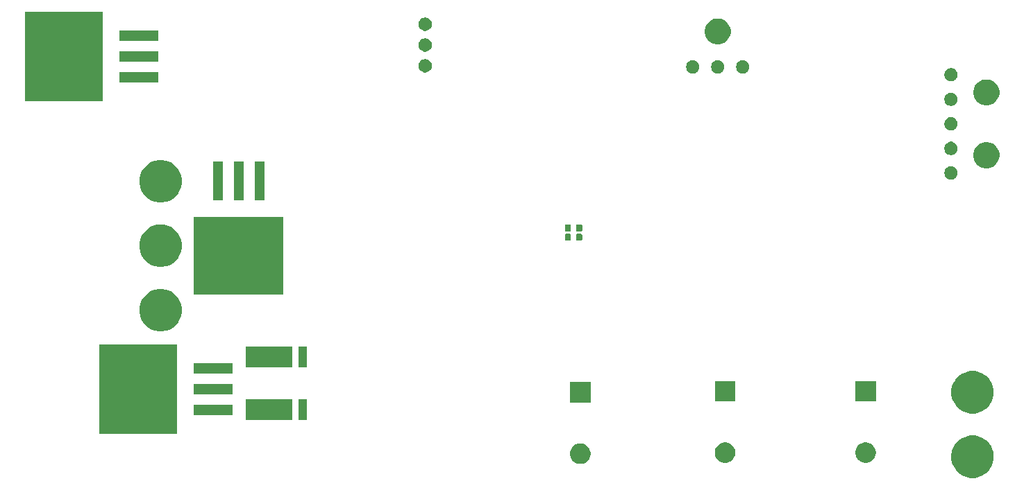
<source format=gbr>
G04 #@! TF.GenerationSoftware,KiCad,Pcbnew,(5.1.4)-1*
G04 #@! TF.CreationDate,2021-08-28T14:03:40-05:00*
G04 #@! TF.ProjectId,Mocos_2021,4d6f636f-735f-4323-9032-312e6b696361,1*
G04 #@! TF.SameCoordinates,Original*
G04 #@! TF.FileFunction,Soldermask,Bot*
G04 #@! TF.FilePolarity,Negative*
%FSLAX46Y46*%
G04 Gerber Fmt 4.6, Leading zero omitted, Abs format (unit mm)*
G04 Created by KiCad (PCBNEW (5.1.4)-1) date 2021-08-28 14:03:40*
%MOMM*%
%LPD*%
G04 APERTURE LIST*
%ADD10C,0.100000*%
G04 APERTURE END LIST*
D10*
G36*
X182274508Y-122189380D02*
G01*
X182441367Y-122222570D01*
X182912899Y-122417885D01*
X183155629Y-122580073D01*
X183337266Y-122701438D01*
X183698162Y-123062334D01*
X183748102Y-123137075D01*
X183981715Y-123486701D01*
X184177030Y-123958233D01*
X184210220Y-124125092D01*
X184276600Y-124458807D01*
X184276600Y-124969193D01*
X184268390Y-125010466D01*
X184177030Y-125469767D01*
X183981715Y-125941299D01*
X183819527Y-126184029D01*
X183698162Y-126365666D01*
X183337266Y-126726562D01*
X183155629Y-126847927D01*
X182912899Y-127010115D01*
X182441367Y-127205430D01*
X182274508Y-127238620D01*
X181940793Y-127305000D01*
X181430407Y-127305000D01*
X181096692Y-127238620D01*
X180929833Y-127205430D01*
X180458301Y-127010115D01*
X180215571Y-126847927D01*
X180033934Y-126726562D01*
X179673038Y-126365666D01*
X179551673Y-126184029D01*
X179389485Y-125941299D01*
X179194170Y-125469767D01*
X179102810Y-125010466D01*
X179094600Y-124969193D01*
X179094600Y-124458807D01*
X179160980Y-124125092D01*
X179194170Y-123958233D01*
X179389485Y-123486701D01*
X179623098Y-123137075D01*
X179673038Y-123062334D01*
X180033934Y-122701438D01*
X180215571Y-122580073D01*
X180458301Y-122417885D01*
X180929833Y-122222570D01*
X181096692Y-122189380D01*
X181430407Y-122123000D01*
X181940793Y-122123000D01*
X182274508Y-122189380D01*
X182274508Y-122189380D01*
G37*
G36*
X134058519Y-123104377D02*
G01*
X134222903Y-123137075D01*
X134450571Y-123231378D01*
X134655466Y-123368285D01*
X134829715Y-123542534D01*
X134877087Y-123613431D01*
X134966623Y-123747431D01*
X135008320Y-123848097D01*
X135060925Y-123975097D01*
X135109000Y-124216787D01*
X135109000Y-124463213D01*
X135060925Y-124704903D01*
X134966622Y-124932571D01*
X134829715Y-125137466D01*
X134655466Y-125311715D01*
X134450571Y-125448622D01*
X134450570Y-125448623D01*
X134450569Y-125448623D01*
X134222903Y-125542925D01*
X133981214Y-125591000D01*
X133734786Y-125591000D01*
X133493097Y-125542925D01*
X133265431Y-125448623D01*
X133265430Y-125448623D01*
X133265429Y-125448622D01*
X133060534Y-125311715D01*
X132886285Y-125137466D01*
X132749378Y-124932571D01*
X132655075Y-124704903D01*
X132607000Y-124463213D01*
X132607000Y-124216787D01*
X132655075Y-123975097D01*
X132707680Y-123848097D01*
X132749377Y-123747431D01*
X132838913Y-123613431D01*
X132886285Y-123542534D01*
X133060534Y-123368285D01*
X133265429Y-123231378D01*
X133493097Y-123137075D01*
X133657481Y-123104377D01*
X133734786Y-123089000D01*
X133981214Y-123089000D01*
X134058519Y-123104377D01*
X134058519Y-123104377D01*
G37*
G36*
X151875903Y-123010075D02*
G01*
X152086672Y-123097378D01*
X152103571Y-123104378D01*
X152308466Y-123241285D01*
X152482715Y-123415534D01*
X152614946Y-123613431D01*
X152619623Y-123620431D01*
X152713925Y-123848097D01*
X152762000Y-124089786D01*
X152762000Y-124336214D01*
X152713925Y-124577903D01*
X152622522Y-124798571D01*
X152619622Y-124805571D01*
X152482715Y-125010466D01*
X152308466Y-125184715D01*
X152103571Y-125321622D01*
X152103570Y-125321623D01*
X152103569Y-125321623D01*
X151875903Y-125415925D01*
X151634214Y-125464000D01*
X151387786Y-125464000D01*
X151146097Y-125415925D01*
X150918431Y-125321623D01*
X150918430Y-125321623D01*
X150918429Y-125321622D01*
X150713534Y-125184715D01*
X150539285Y-125010466D01*
X150402378Y-124805571D01*
X150399479Y-124798571D01*
X150308075Y-124577903D01*
X150260000Y-124336214D01*
X150260000Y-124089786D01*
X150308075Y-123848097D01*
X150402377Y-123620431D01*
X150407054Y-123613431D01*
X150539285Y-123415534D01*
X150713534Y-123241285D01*
X150918429Y-123104378D01*
X150935329Y-123097378D01*
X151146097Y-123010075D01*
X151387786Y-122962000D01*
X151634214Y-122962000D01*
X151875903Y-123010075D01*
X151875903Y-123010075D01*
G37*
G36*
X169020903Y-123003075D02*
G01*
X169248571Y-123097378D01*
X169453466Y-123234285D01*
X169627715Y-123408534D01*
X169764622Y-123613429D01*
X169764623Y-123613431D01*
X169858925Y-123841097D01*
X169907000Y-124082786D01*
X169907000Y-124329214D01*
X169858925Y-124570903D01*
X169803421Y-124704903D01*
X169764622Y-124798571D01*
X169627715Y-125003466D01*
X169453466Y-125177715D01*
X169248571Y-125314622D01*
X169248570Y-125314623D01*
X169248569Y-125314623D01*
X169020903Y-125408925D01*
X168779214Y-125457000D01*
X168532786Y-125457000D01*
X168291097Y-125408925D01*
X168063431Y-125314623D01*
X168063430Y-125314623D01*
X168063429Y-125314622D01*
X167858534Y-125177715D01*
X167684285Y-125003466D01*
X167547378Y-124798571D01*
X167508580Y-124704903D01*
X167453075Y-124570903D01*
X167405000Y-124329214D01*
X167405000Y-124082786D01*
X167453075Y-123841097D01*
X167547377Y-123613431D01*
X167547378Y-123613429D01*
X167684285Y-123408534D01*
X167858534Y-123234285D01*
X168063429Y-123097378D01*
X168291097Y-123003075D01*
X168532786Y-122955000D01*
X168779214Y-122955000D01*
X169020903Y-123003075D01*
X169020903Y-123003075D01*
G37*
G36*
X84687999Y-121910000D02*
G01*
X75186001Y-121910000D01*
X75186001Y-111008000D01*
X84687999Y-111008000D01*
X84687999Y-121910000D01*
X84687999Y-121910000D01*
G37*
G36*
X100508000Y-120269200D02*
G01*
X99517000Y-120269200D01*
X99517000Y-117728800D01*
X100508000Y-117728800D01*
X100508000Y-120269200D01*
X100508000Y-120269200D01*
G37*
G36*
X98730000Y-120269200D02*
G01*
X93040000Y-120269200D01*
X93040000Y-117728800D01*
X98730000Y-117728800D01*
X98730000Y-120269200D01*
X98730000Y-120269200D01*
G37*
G36*
X91438000Y-119600000D02*
G01*
X86736000Y-119600000D01*
X86736000Y-118398000D01*
X91438000Y-118398000D01*
X91438000Y-119600000D01*
X91438000Y-119600000D01*
G37*
G36*
X182274508Y-114315380D02*
G01*
X182441367Y-114348570D01*
X182912899Y-114543885D01*
X183155629Y-114706073D01*
X183337266Y-114827438D01*
X183698162Y-115188334D01*
X183819527Y-115369971D01*
X183981715Y-115612701D01*
X184177030Y-116084233D01*
X184276600Y-116584809D01*
X184276600Y-117095191D01*
X184177030Y-117595767D01*
X183981715Y-118067299D01*
X183819527Y-118310029D01*
X183698162Y-118491666D01*
X183337266Y-118852562D01*
X183155629Y-118973927D01*
X182912899Y-119136115D01*
X182441367Y-119331430D01*
X182274508Y-119364620D01*
X181940793Y-119431000D01*
X181430407Y-119431000D01*
X181096692Y-119364620D01*
X180929833Y-119331430D01*
X180458301Y-119136115D01*
X180215571Y-118973927D01*
X180033934Y-118852562D01*
X179673038Y-118491666D01*
X179551673Y-118310029D01*
X179389485Y-118067299D01*
X179194170Y-117595767D01*
X179094600Y-117095191D01*
X179094600Y-116584809D01*
X179194170Y-116084233D01*
X179389485Y-115612701D01*
X179551673Y-115369971D01*
X179673038Y-115188334D01*
X180033934Y-114827438D01*
X180215571Y-114706073D01*
X180458301Y-114543885D01*
X180929833Y-114348570D01*
X181096692Y-114315380D01*
X181430407Y-114249000D01*
X181940793Y-114249000D01*
X182274508Y-114315380D01*
X182274508Y-114315380D01*
G37*
G36*
X135109000Y-118091000D02*
G01*
X132607000Y-118091000D01*
X132607000Y-115589000D01*
X135109000Y-115589000D01*
X135109000Y-118091000D01*
X135109000Y-118091000D01*
G37*
G36*
X152762000Y-117964000D02*
G01*
X150260000Y-117964000D01*
X150260000Y-115462000D01*
X152762000Y-115462000D01*
X152762000Y-117964000D01*
X152762000Y-117964000D01*
G37*
G36*
X169907000Y-117957000D02*
G01*
X167405000Y-117957000D01*
X167405000Y-115455000D01*
X169907000Y-115455000D01*
X169907000Y-117957000D01*
X169907000Y-117957000D01*
G37*
G36*
X91438000Y-117060000D02*
G01*
X86736000Y-117060000D01*
X86736000Y-115858000D01*
X91438000Y-115858000D01*
X91438000Y-117060000D01*
X91438000Y-117060000D01*
G37*
G36*
X91438000Y-114520000D02*
G01*
X86736000Y-114520000D01*
X86736000Y-113318000D01*
X91438000Y-113318000D01*
X91438000Y-114520000D01*
X91438000Y-114520000D01*
G37*
G36*
X98730000Y-113792200D02*
G01*
X93040000Y-113792200D01*
X93040000Y-111251800D01*
X98730000Y-111251800D01*
X98730000Y-113792200D01*
X98730000Y-113792200D01*
G37*
G36*
X100508000Y-113792200D02*
G01*
X99517000Y-113792200D01*
X99517000Y-111251800D01*
X100508000Y-111251800D01*
X100508000Y-113792200D01*
X100508000Y-113792200D01*
G37*
G36*
X83265908Y-104282380D02*
G01*
X83432767Y-104315570D01*
X83904299Y-104510885D01*
X84147029Y-104673073D01*
X84328666Y-104794438D01*
X84689562Y-105155334D01*
X84810927Y-105336971D01*
X84973115Y-105579701D01*
X85168430Y-106051233D01*
X85268000Y-106551809D01*
X85268000Y-107062191D01*
X85168430Y-107562767D01*
X84973115Y-108034299D01*
X84810927Y-108277029D01*
X84689562Y-108458666D01*
X84328666Y-108819562D01*
X84147029Y-108940927D01*
X83904299Y-109103115D01*
X83432767Y-109298430D01*
X83265908Y-109331620D01*
X82932193Y-109398000D01*
X82421807Y-109398000D01*
X82088092Y-109331620D01*
X81921233Y-109298430D01*
X81449701Y-109103115D01*
X81206971Y-108940927D01*
X81025334Y-108819562D01*
X80664438Y-108458666D01*
X80543073Y-108277029D01*
X80380885Y-108034299D01*
X80185570Y-107562767D01*
X80086000Y-107062191D01*
X80086000Y-106551809D01*
X80185570Y-106051233D01*
X80380885Y-105579701D01*
X80543073Y-105336971D01*
X80664438Y-105155334D01*
X81025334Y-104794438D01*
X81206971Y-104673073D01*
X81449701Y-104510885D01*
X81921233Y-104315570D01*
X82088092Y-104282380D01*
X82421807Y-104216000D01*
X82932193Y-104216000D01*
X83265908Y-104282380D01*
X83265908Y-104282380D01*
G37*
G36*
X97653000Y-104899999D02*
G01*
X86751000Y-104899999D01*
X86751000Y-95398001D01*
X97653000Y-95398001D01*
X97653000Y-104899999D01*
X97653000Y-104899999D01*
G37*
G36*
X83175964Y-96390489D02*
G01*
X83432767Y-96441570D01*
X83904299Y-96636885D01*
X84147029Y-96799073D01*
X84328666Y-96920438D01*
X84689562Y-97281334D01*
X84810927Y-97462971D01*
X84973115Y-97705701D01*
X85168430Y-98177233D01*
X85268000Y-98677809D01*
X85268000Y-99188191D01*
X85168430Y-99688767D01*
X84973115Y-100160299D01*
X84810927Y-100403029D01*
X84689562Y-100584666D01*
X84328666Y-100945562D01*
X84147029Y-101066927D01*
X83904299Y-101229115D01*
X83432767Y-101424430D01*
X83265908Y-101457620D01*
X82932193Y-101524000D01*
X82421807Y-101524000D01*
X82088092Y-101457620D01*
X81921233Y-101424430D01*
X81449701Y-101229115D01*
X81206971Y-101066927D01*
X81025334Y-100945562D01*
X80664438Y-100584666D01*
X80543073Y-100403029D01*
X80380885Y-100160299D01*
X80185570Y-99688767D01*
X80086000Y-99188191D01*
X80086000Y-98677809D01*
X80185570Y-98177233D01*
X80380885Y-97705701D01*
X80543073Y-97462971D01*
X80664438Y-97281334D01*
X81025334Y-96920438D01*
X81206971Y-96799073D01*
X81449701Y-96636885D01*
X81921233Y-96441570D01*
X82178036Y-96390489D01*
X82421807Y-96342000D01*
X82932193Y-96342000D01*
X83175964Y-96390489D01*
X83175964Y-96390489D01*
G37*
G36*
X132599901Y-97493360D02*
G01*
X132621925Y-97500041D01*
X132642222Y-97510890D01*
X132660011Y-97525489D01*
X132674610Y-97543278D01*
X132685459Y-97563575D01*
X132692140Y-97585599D01*
X132695000Y-97614640D01*
X132695000Y-98203360D01*
X132692140Y-98232401D01*
X132685459Y-98254425D01*
X132674610Y-98274722D01*
X132660011Y-98292511D01*
X132642222Y-98307110D01*
X132621925Y-98317959D01*
X132599901Y-98324640D01*
X132570860Y-98327500D01*
X132097140Y-98327500D01*
X132068099Y-98324640D01*
X132046075Y-98317959D01*
X132025778Y-98307110D01*
X132007989Y-98292511D01*
X131993390Y-98274722D01*
X131982541Y-98254425D01*
X131975860Y-98232401D01*
X131973000Y-98203360D01*
X131973000Y-97614640D01*
X131975860Y-97585599D01*
X131982541Y-97563575D01*
X131993390Y-97543278D01*
X132007989Y-97525489D01*
X132025778Y-97510890D01*
X132046075Y-97500041D01*
X132068099Y-97493360D01*
X132097140Y-97490500D01*
X132570860Y-97490500D01*
X132599901Y-97493360D01*
X132599901Y-97493360D01*
G37*
G36*
X133996901Y-97493360D02*
G01*
X134018925Y-97500041D01*
X134039222Y-97510890D01*
X134057011Y-97525489D01*
X134071610Y-97543278D01*
X134082459Y-97563575D01*
X134089140Y-97585599D01*
X134092000Y-97614640D01*
X134092000Y-98203360D01*
X134089140Y-98232401D01*
X134082459Y-98254425D01*
X134071610Y-98274722D01*
X134057011Y-98292511D01*
X134039222Y-98307110D01*
X134018925Y-98317959D01*
X133996901Y-98324640D01*
X133967860Y-98327500D01*
X133494140Y-98327500D01*
X133465099Y-98324640D01*
X133443075Y-98317959D01*
X133422778Y-98307110D01*
X133404989Y-98292511D01*
X133390390Y-98274722D01*
X133379541Y-98254425D01*
X133372860Y-98232401D01*
X133370000Y-98203360D01*
X133370000Y-97614640D01*
X133372860Y-97585599D01*
X133379541Y-97563575D01*
X133390390Y-97543278D01*
X133404989Y-97525489D01*
X133422778Y-97510890D01*
X133443075Y-97500041D01*
X133465099Y-97493360D01*
X133494140Y-97490500D01*
X133967860Y-97490500D01*
X133996901Y-97493360D01*
X133996901Y-97493360D01*
G37*
G36*
X132599901Y-96358360D02*
G01*
X132621925Y-96365041D01*
X132642222Y-96375890D01*
X132660011Y-96390489D01*
X132674610Y-96408278D01*
X132685459Y-96428575D01*
X132692140Y-96450599D01*
X132695000Y-96479640D01*
X132695000Y-97068360D01*
X132692140Y-97097401D01*
X132685459Y-97119425D01*
X132674610Y-97139722D01*
X132660011Y-97157511D01*
X132642222Y-97172110D01*
X132621925Y-97182959D01*
X132599901Y-97189640D01*
X132570860Y-97192500D01*
X132097140Y-97192500D01*
X132068099Y-97189640D01*
X132046075Y-97182959D01*
X132025778Y-97172110D01*
X132007989Y-97157511D01*
X131993390Y-97139722D01*
X131982541Y-97119425D01*
X131975860Y-97097401D01*
X131973000Y-97068360D01*
X131973000Y-96479640D01*
X131975860Y-96450599D01*
X131982541Y-96428575D01*
X131993390Y-96408278D01*
X132007989Y-96390489D01*
X132025778Y-96375890D01*
X132046075Y-96365041D01*
X132068099Y-96358360D01*
X132097140Y-96355500D01*
X132570860Y-96355500D01*
X132599901Y-96358360D01*
X132599901Y-96358360D01*
G37*
G36*
X133996901Y-96358360D02*
G01*
X134018925Y-96365041D01*
X134039222Y-96375890D01*
X134057011Y-96390489D01*
X134071610Y-96408278D01*
X134082459Y-96428575D01*
X134089140Y-96450599D01*
X134092000Y-96479640D01*
X134092000Y-97068360D01*
X134089140Y-97097401D01*
X134082459Y-97119425D01*
X134071610Y-97139722D01*
X134057011Y-97157511D01*
X134039222Y-97172110D01*
X134018925Y-97182959D01*
X133996901Y-97189640D01*
X133967860Y-97192500D01*
X133494140Y-97192500D01*
X133465099Y-97189640D01*
X133443075Y-97182959D01*
X133422778Y-97172110D01*
X133404989Y-97157511D01*
X133390390Y-97139722D01*
X133379541Y-97119425D01*
X133372860Y-97097401D01*
X133370000Y-97068360D01*
X133370000Y-96479640D01*
X133372860Y-96450599D01*
X133379541Y-96428575D01*
X133390390Y-96408278D01*
X133404989Y-96390489D01*
X133422778Y-96375890D01*
X133443075Y-96365041D01*
X133465099Y-96358360D01*
X133494140Y-96355500D01*
X133967860Y-96355500D01*
X133996901Y-96358360D01*
X133996901Y-96358360D01*
G37*
G36*
X83265908Y-88534380D02*
G01*
X83432767Y-88567570D01*
X83904299Y-88762885D01*
X84147029Y-88925073D01*
X84328666Y-89046438D01*
X84689562Y-89407334D01*
X84768013Y-89524745D01*
X84973115Y-89831701D01*
X85168430Y-90303233D01*
X85168430Y-90303234D01*
X85259977Y-90763471D01*
X85268000Y-90803809D01*
X85268000Y-91314191D01*
X85168430Y-91814767D01*
X84973115Y-92286299D01*
X84810927Y-92529029D01*
X84689562Y-92710666D01*
X84328666Y-93071562D01*
X84147029Y-93192927D01*
X83904299Y-93355115D01*
X83432767Y-93550430D01*
X83265908Y-93583620D01*
X82932193Y-93650000D01*
X82421807Y-93650000D01*
X82088092Y-93583620D01*
X81921233Y-93550430D01*
X81449701Y-93355115D01*
X81206971Y-93192927D01*
X81025334Y-93071562D01*
X80664438Y-92710666D01*
X80543073Y-92529029D01*
X80380885Y-92286299D01*
X80185570Y-91814767D01*
X80086000Y-91314191D01*
X80086000Y-90803809D01*
X80094024Y-90763471D01*
X80185570Y-90303234D01*
X80185570Y-90303233D01*
X80380885Y-89831701D01*
X80585987Y-89524745D01*
X80664438Y-89407334D01*
X81025334Y-89046438D01*
X81206971Y-88925073D01*
X81449701Y-88762885D01*
X81921233Y-88567570D01*
X82088092Y-88534380D01*
X82421807Y-88468000D01*
X82932193Y-88468000D01*
X83265908Y-88534380D01*
X83265908Y-88534380D01*
G37*
G36*
X90263000Y-93350000D02*
G01*
X89061000Y-93350000D01*
X89061000Y-88648000D01*
X90263000Y-88648000D01*
X90263000Y-93350000D01*
X90263000Y-93350000D01*
G37*
G36*
X92803000Y-93350000D02*
G01*
X91601000Y-93350000D01*
X91601000Y-88648000D01*
X92803000Y-88648000D01*
X92803000Y-93350000D01*
X92803000Y-93350000D01*
G37*
G36*
X95343000Y-93350000D02*
G01*
X94141000Y-93350000D01*
X94141000Y-88648000D01*
X95343000Y-88648000D01*
X95343000Y-93350000D01*
X95343000Y-93350000D01*
G37*
G36*
X179307142Y-89261242D02*
G01*
X179455101Y-89322529D01*
X179588255Y-89411499D01*
X179701501Y-89524745D01*
X179790471Y-89657899D01*
X179851758Y-89805858D01*
X179883000Y-89962925D01*
X179883000Y-90123075D01*
X179851758Y-90280142D01*
X179790471Y-90428101D01*
X179701501Y-90561255D01*
X179588255Y-90674501D01*
X179455101Y-90763471D01*
X179307142Y-90824758D01*
X179150075Y-90856000D01*
X178989925Y-90856000D01*
X178832858Y-90824758D01*
X178684899Y-90763471D01*
X178551745Y-90674501D01*
X178438499Y-90561255D01*
X178349529Y-90428101D01*
X178288242Y-90280142D01*
X178257000Y-90123075D01*
X178257000Y-89962925D01*
X178288242Y-89805858D01*
X178349529Y-89657899D01*
X178438499Y-89524745D01*
X178551745Y-89411499D01*
X178684899Y-89322529D01*
X178832858Y-89261242D01*
X178989925Y-89230000D01*
X179150075Y-89230000D01*
X179307142Y-89261242D01*
X179307142Y-89261242D01*
G37*
G36*
X183851114Y-86357314D02*
G01*
X184140056Y-86476998D01*
X184140058Y-86476999D01*
X184400100Y-86650753D01*
X184621247Y-86871900D01*
X184790947Y-87125875D01*
X184795002Y-87131944D01*
X184914686Y-87420886D01*
X184975700Y-87727624D01*
X184975700Y-88040376D01*
X184914686Y-88347114D01*
X184864613Y-88468000D01*
X184795001Y-88636058D01*
X184621247Y-88896100D01*
X184400100Y-89117247D01*
X184140058Y-89291001D01*
X184140057Y-89291002D01*
X184140056Y-89291002D01*
X183851114Y-89410686D01*
X183544376Y-89471700D01*
X183231624Y-89471700D01*
X182924886Y-89410686D01*
X182635944Y-89291002D01*
X182635943Y-89291002D01*
X182635942Y-89291001D01*
X182375900Y-89117247D01*
X182154753Y-88896100D01*
X181980999Y-88636058D01*
X181911387Y-88468000D01*
X181861314Y-88347114D01*
X181800300Y-88040376D01*
X181800300Y-87727624D01*
X181861314Y-87420886D01*
X181980998Y-87131944D01*
X181985053Y-87125875D01*
X182154753Y-86871900D01*
X182375900Y-86650753D01*
X182635942Y-86476999D01*
X182635944Y-86476998D01*
X182924886Y-86357314D01*
X183231624Y-86296300D01*
X183544376Y-86296300D01*
X183851114Y-86357314D01*
X183851114Y-86357314D01*
G37*
G36*
X179307142Y-86264042D02*
G01*
X179455101Y-86325329D01*
X179588255Y-86414299D01*
X179701501Y-86527545D01*
X179790471Y-86660699D01*
X179851758Y-86808658D01*
X179883000Y-86965725D01*
X179883000Y-87125875D01*
X179851758Y-87282942D01*
X179790471Y-87430901D01*
X179701501Y-87564055D01*
X179588255Y-87677301D01*
X179455101Y-87766271D01*
X179307142Y-87827558D01*
X179150075Y-87858800D01*
X178989925Y-87858800D01*
X178832858Y-87827558D01*
X178684899Y-87766271D01*
X178551745Y-87677301D01*
X178438499Y-87564055D01*
X178349529Y-87430901D01*
X178288242Y-87282942D01*
X178257000Y-87125875D01*
X178257000Y-86965725D01*
X178288242Y-86808658D01*
X178349529Y-86660699D01*
X178438499Y-86527545D01*
X178551745Y-86414299D01*
X178684899Y-86325329D01*
X178832858Y-86264042D01*
X178989925Y-86232800D01*
X179150075Y-86232800D01*
X179307142Y-86264042D01*
X179307142Y-86264042D01*
G37*
G36*
X179307142Y-83266842D02*
G01*
X179455101Y-83328129D01*
X179588255Y-83417099D01*
X179701501Y-83530345D01*
X179790471Y-83663499D01*
X179851758Y-83811458D01*
X179883000Y-83968525D01*
X179883000Y-84128675D01*
X179851758Y-84285742D01*
X179790471Y-84433701D01*
X179701501Y-84566855D01*
X179588255Y-84680101D01*
X179455101Y-84769071D01*
X179307142Y-84830358D01*
X179150075Y-84861600D01*
X178989925Y-84861600D01*
X178832858Y-84830358D01*
X178684899Y-84769071D01*
X178551745Y-84680101D01*
X178438499Y-84566855D01*
X178349529Y-84433701D01*
X178288242Y-84285742D01*
X178257000Y-84128675D01*
X178257000Y-83968525D01*
X178288242Y-83811458D01*
X178349529Y-83663499D01*
X178438499Y-83530345D01*
X178551745Y-83417099D01*
X178684899Y-83328129D01*
X178832858Y-83266842D01*
X178989925Y-83235600D01*
X179150075Y-83235600D01*
X179307142Y-83266842D01*
X179307142Y-83266842D01*
G37*
G36*
X179307142Y-80269642D02*
G01*
X179455101Y-80330929D01*
X179588255Y-80419899D01*
X179701501Y-80533145D01*
X179790471Y-80666299D01*
X179851758Y-80814258D01*
X179883000Y-80971325D01*
X179883000Y-81131475D01*
X179851758Y-81288542D01*
X179790471Y-81436501D01*
X179701501Y-81569655D01*
X179588255Y-81682901D01*
X179455101Y-81771871D01*
X179307142Y-81833158D01*
X179150075Y-81864400D01*
X178989925Y-81864400D01*
X178832858Y-81833158D01*
X178684899Y-81771871D01*
X178551745Y-81682901D01*
X178438499Y-81569655D01*
X178349529Y-81436501D01*
X178288242Y-81288542D01*
X178257000Y-81131475D01*
X178257000Y-80971325D01*
X178288242Y-80814258D01*
X178349529Y-80666299D01*
X178438499Y-80533145D01*
X178551745Y-80419899D01*
X178684899Y-80330929D01*
X178832858Y-80269642D01*
X178989925Y-80238400D01*
X179150075Y-80238400D01*
X179307142Y-80269642D01*
X179307142Y-80269642D01*
G37*
G36*
X183851114Y-78686514D02*
G01*
X184063943Y-78774671D01*
X184140058Y-78806199D01*
X184400100Y-78979953D01*
X184621247Y-79201100D01*
X184795001Y-79461142D01*
X184795002Y-79461144D01*
X184914686Y-79750086D01*
X184975700Y-80056824D01*
X184975700Y-80369576D01*
X184914686Y-80676314D01*
X184795002Y-80965256D01*
X184795001Y-80965258D01*
X184621247Y-81225300D01*
X184400100Y-81446447D01*
X184140058Y-81620201D01*
X184140057Y-81620202D01*
X184140056Y-81620202D01*
X183851114Y-81739886D01*
X183544376Y-81800900D01*
X183231624Y-81800900D01*
X182924886Y-81739886D01*
X182635944Y-81620202D01*
X182635943Y-81620202D01*
X182635942Y-81620201D01*
X182375900Y-81446447D01*
X182154753Y-81225300D01*
X181980999Y-80965258D01*
X181980998Y-80965256D01*
X181861314Y-80676314D01*
X181800300Y-80369576D01*
X181800300Y-80056824D01*
X181861314Y-79750086D01*
X181980998Y-79461144D01*
X181980999Y-79461142D01*
X182154753Y-79201100D01*
X182375900Y-78979953D01*
X182635942Y-78806199D01*
X182712057Y-78774671D01*
X182924886Y-78686514D01*
X183231624Y-78625500D01*
X183544376Y-78625500D01*
X183851114Y-78686514D01*
X183851114Y-78686514D01*
G37*
G36*
X75616999Y-81270000D02*
G01*
X66115001Y-81270000D01*
X66115001Y-70368000D01*
X75616999Y-70368000D01*
X75616999Y-81270000D01*
X75616999Y-81270000D01*
G37*
G36*
X82367000Y-78960000D02*
G01*
X77665000Y-78960000D01*
X77665000Y-77758000D01*
X82367000Y-77758000D01*
X82367000Y-78960000D01*
X82367000Y-78960000D01*
G37*
G36*
X179307142Y-77272442D02*
G01*
X179455101Y-77333729D01*
X179588255Y-77422699D01*
X179701501Y-77535945D01*
X179790471Y-77669099D01*
X179851758Y-77817058D01*
X179883000Y-77974125D01*
X179883000Y-78134275D01*
X179851758Y-78291342D01*
X179790471Y-78439301D01*
X179701501Y-78572455D01*
X179588255Y-78685701D01*
X179455101Y-78774671D01*
X179307142Y-78835958D01*
X179150075Y-78867200D01*
X178989925Y-78867200D01*
X178832858Y-78835958D01*
X178684899Y-78774671D01*
X178551745Y-78685701D01*
X178438499Y-78572455D01*
X178349529Y-78439301D01*
X178288242Y-78291342D01*
X178257000Y-78134275D01*
X178257000Y-77974125D01*
X178288242Y-77817058D01*
X178349529Y-77669099D01*
X178438499Y-77535945D01*
X178551745Y-77422699D01*
X178684899Y-77333729D01*
X178832858Y-77272442D01*
X178989925Y-77241200D01*
X179150075Y-77241200D01*
X179307142Y-77272442D01*
X179307142Y-77272442D01*
G37*
G36*
X147811142Y-76307242D02*
G01*
X147959101Y-76368529D01*
X148092255Y-76457499D01*
X148205501Y-76570745D01*
X148294471Y-76703899D01*
X148355758Y-76851858D01*
X148387000Y-77008925D01*
X148387000Y-77169075D01*
X148355758Y-77326142D01*
X148294471Y-77474101D01*
X148205501Y-77607255D01*
X148092255Y-77720501D01*
X147959101Y-77809471D01*
X147811142Y-77870758D01*
X147654075Y-77902000D01*
X147493925Y-77902000D01*
X147336858Y-77870758D01*
X147188899Y-77809471D01*
X147055745Y-77720501D01*
X146942499Y-77607255D01*
X146853529Y-77474101D01*
X146792242Y-77326142D01*
X146761000Y-77169075D01*
X146761000Y-77008925D01*
X146792242Y-76851858D01*
X146853529Y-76703899D01*
X146942499Y-76570745D01*
X147055745Y-76457499D01*
X147188899Y-76368529D01*
X147336858Y-76307242D01*
X147493925Y-76276000D01*
X147654075Y-76276000D01*
X147811142Y-76307242D01*
X147811142Y-76307242D01*
G37*
G36*
X153907142Y-76307242D02*
G01*
X154055101Y-76368529D01*
X154188255Y-76457499D01*
X154301501Y-76570745D01*
X154390471Y-76703899D01*
X154451758Y-76851858D01*
X154483000Y-77008925D01*
X154483000Y-77169075D01*
X154451758Y-77326142D01*
X154390471Y-77474101D01*
X154301501Y-77607255D01*
X154188255Y-77720501D01*
X154055101Y-77809471D01*
X153907142Y-77870758D01*
X153750075Y-77902000D01*
X153589925Y-77902000D01*
X153432858Y-77870758D01*
X153284899Y-77809471D01*
X153151745Y-77720501D01*
X153038499Y-77607255D01*
X152949529Y-77474101D01*
X152888242Y-77326142D01*
X152857000Y-77169075D01*
X152857000Y-77008925D01*
X152888242Y-76851858D01*
X152949529Y-76703899D01*
X153038499Y-76570745D01*
X153151745Y-76457499D01*
X153284899Y-76368529D01*
X153432858Y-76307242D01*
X153589925Y-76276000D01*
X153750075Y-76276000D01*
X153907142Y-76307242D01*
X153907142Y-76307242D01*
G37*
G36*
X150859142Y-76307242D02*
G01*
X151007101Y-76368529D01*
X151140255Y-76457499D01*
X151253501Y-76570745D01*
X151342471Y-76703899D01*
X151403758Y-76851858D01*
X151435000Y-77008925D01*
X151435000Y-77169075D01*
X151403758Y-77326142D01*
X151342471Y-77474101D01*
X151253501Y-77607255D01*
X151140255Y-77720501D01*
X151007101Y-77809471D01*
X150859142Y-77870758D01*
X150702075Y-77902000D01*
X150541925Y-77902000D01*
X150384858Y-77870758D01*
X150236899Y-77809471D01*
X150103745Y-77720501D01*
X149990499Y-77607255D01*
X149901529Y-77474101D01*
X149840242Y-77326142D01*
X149809000Y-77169075D01*
X149809000Y-77008925D01*
X149840242Y-76851858D01*
X149901529Y-76703899D01*
X149990499Y-76570745D01*
X150103745Y-76457499D01*
X150236899Y-76368529D01*
X150384858Y-76307242D01*
X150541925Y-76276000D01*
X150702075Y-76276000D01*
X150859142Y-76307242D01*
X150859142Y-76307242D01*
G37*
G36*
X115172142Y-76180242D02*
G01*
X115320101Y-76241529D01*
X115453255Y-76330499D01*
X115566501Y-76443745D01*
X115655471Y-76576899D01*
X115716758Y-76724858D01*
X115748000Y-76881925D01*
X115748000Y-77042075D01*
X115716758Y-77199142D01*
X115655471Y-77347101D01*
X115566501Y-77480255D01*
X115453255Y-77593501D01*
X115320101Y-77682471D01*
X115172142Y-77743758D01*
X115015075Y-77775000D01*
X114854925Y-77775000D01*
X114697858Y-77743758D01*
X114549899Y-77682471D01*
X114416745Y-77593501D01*
X114303499Y-77480255D01*
X114214529Y-77347101D01*
X114153242Y-77199142D01*
X114122000Y-77042075D01*
X114122000Y-76881925D01*
X114153242Y-76724858D01*
X114214529Y-76576899D01*
X114303499Y-76443745D01*
X114416745Y-76330499D01*
X114549899Y-76241529D01*
X114697858Y-76180242D01*
X114854925Y-76149000D01*
X115015075Y-76149000D01*
X115172142Y-76180242D01*
X115172142Y-76180242D01*
G37*
G36*
X82367000Y-76420000D02*
G01*
X77665000Y-76420000D01*
X77665000Y-75218000D01*
X82367000Y-75218000D01*
X82367000Y-76420000D01*
X82367000Y-76420000D01*
G37*
G36*
X115172142Y-73640242D02*
G01*
X115320101Y-73701529D01*
X115453255Y-73790499D01*
X115566501Y-73903745D01*
X115655471Y-74036899D01*
X115716758Y-74184858D01*
X115748000Y-74341925D01*
X115748000Y-74502075D01*
X115716758Y-74659142D01*
X115655471Y-74807101D01*
X115566501Y-74940255D01*
X115453255Y-75053501D01*
X115320101Y-75142471D01*
X115172142Y-75203758D01*
X115015075Y-75235000D01*
X114854925Y-75235000D01*
X114697858Y-75203758D01*
X114549899Y-75142471D01*
X114416745Y-75053501D01*
X114303499Y-74940255D01*
X114214529Y-74807101D01*
X114153242Y-74659142D01*
X114122000Y-74502075D01*
X114122000Y-74341925D01*
X114153242Y-74184858D01*
X114214529Y-74036899D01*
X114303499Y-73903745D01*
X114416745Y-73790499D01*
X114549899Y-73701529D01*
X114697858Y-73640242D01*
X114854925Y-73609000D01*
X115015075Y-73609000D01*
X115172142Y-73640242D01*
X115172142Y-73640242D01*
G37*
G36*
X151085114Y-71244314D02*
G01*
X151373440Y-71363743D01*
X151374058Y-71363999D01*
X151634100Y-71537753D01*
X151855247Y-71758900D01*
X152029001Y-72018942D01*
X152029002Y-72018944D01*
X152148686Y-72307886D01*
X152209700Y-72614624D01*
X152209700Y-72927376D01*
X152148686Y-73234114D01*
X152029002Y-73523056D01*
X152029001Y-73523058D01*
X151855247Y-73783100D01*
X151634100Y-74004247D01*
X151374058Y-74178001D01*
X151374057Y-74178002D01*
X151374056Y-74178002D01*
X151085114Y-74297686D01*
X150778376Y-74358700D01*
X150465624Y-74358700D01*
X150158886Y-74297686D01*
X149869944Y-74178002D01*
X149869943Y-74178002D01*
X149869942Y-74178001D01*
X149609900Y-74004247D01*
X149388753Y-73783100D01*
X149214999Y-73523058D01*
X149214998Y-73523056D01*
X149095314Y-73234114D01*
X149034300Y-72927376D01*
X149034300Y-72614624D01*
X149095314Y-72307886D01*
X149214998Y-72018944D01*
X149214999Y-72018942D01*
X149388753Y-71758900D01*
X149609900Y-71537753D01*
X149869942Y-71363999D01*
X149870560Y-71363743D01*
X150158886Y-71244314D01*
X150465624Y-71183300D01*
X150778376Y-71183300D01*
X151085114Y-71244314D01*
X151085114Y-71244314D01*
G37*
G36*
X82367000Y-73880000D02*
G01*
X77665000Y-73880000D01*
X77665000Y-72678000D01*
X82367000Y-72678000D01*
X82367000Y-73880000D01*
X82367000Y-73880000D01*
G37*
G36*
X115172142Y-71100242D02*
G01*
X115320101Y-71161529D01*
X115453255Y-71250499D01*
X115566501Y-71363745D01*
X115655471Y-71496899D01*
X115716758Y-71644858D01*
X115748000Y-71801925D01*
X115748000Y-71962075D01*
X115716758Y-72119142D01*
X115655471Y-72267101D01*
X115566501Y-72400255D01*
X115453255Y-72513501D01*
X115320101Y-72602471D01*
X115172142Y-72663758D01*
X115015075Y-72695000D01*
X114854925Y-72695000D01*
X114697858Y-72663758D01*
X114549899Y-72602471D01*
X114416745Y-72513501D01*
X114303499Y-72400255D01*
X114214529Y-72267101D01*
X114153242Y-72119142D01*
X114122000Y-71962075D01*
X114122000Y-71801925D01*
X114153242Y-71644858D01*
X114214529Y-71496899D01*
X114303499Y-71363745D01*
X114416745Y-71250499D01*
X114549899Y-71161529D01*
X114697858Y-71100242D01*
X114854925Y-71069000D01*
X115015075Y-71069000D01*
X115172142Y-71100242D01*
X115172142Y-71100242D01*
G37*
M02*

</source>
